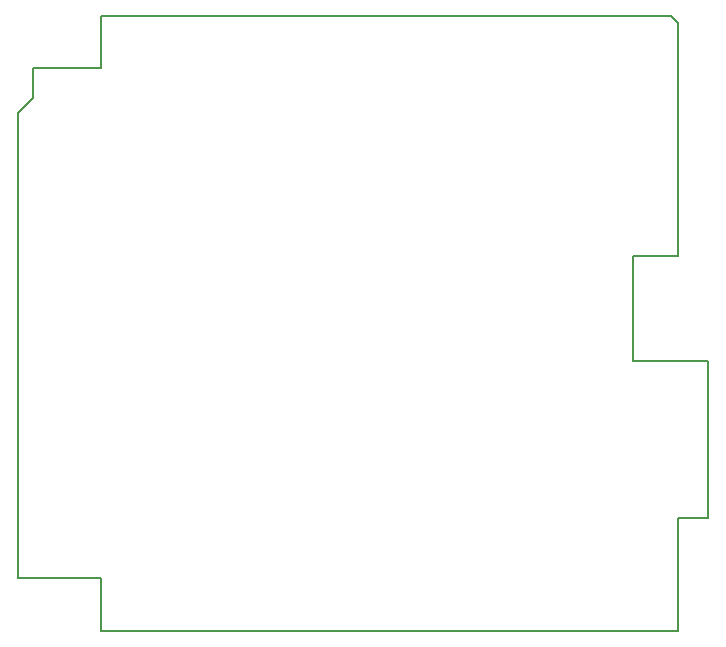
<source format=gko>
G04 #@! TF.FileFunction,Other,User*
%FSLAX46Y46*%
G04 Gerber Fmt 4.6, Leading zero omitted, Abs format (unit mm)*
G04 Created by KiCad (PCBNEW 4.0.1-4.201602120846+6195~38~ubuntu15.10.1-stable) date Mon 15 Feb 2016 03:11:55 PM IST*
%MOMM*%
G01*
G04 APERTURE LIST*
%ADD10C,0.100000*%
%ADD11C,0.150000*%
G04 APERTURE END LIST*
D10*
D11*
X176403000Y-116205000D02*
X178943000Y-116205000D01*
X176403000Y-121285000D02*
X176403000Y-116205000D01*
X176403000Y-93980000D02*
X176403000Y-85725000D01*
X174498000Y-93980000D02*
X176403000Y-93980000D01*
X127508000Y-78105000D02*
X121793000Y-78105000D01*
X127508000Y-73660000D02*
X127508000Y-78105000D01*
X128143000Y-73660000D02*
X127508000Y-73660000D01*
X120523000Y-81915000D02*
X120523000Y-121285000D01*
X121793000Y-80645000D02*
X120523000Y-81915000D01*
X121793000Y-78105000D02*
X121793000Y-80645000D01*
X175768000Y-73660000D02*
X128143000Y-73660000D01*
X176403000Y-74295000D02*
X175768000Y-73660000D01*
X176403000Y-85725000D02*
X176403000Y-74295000D01*
X172593000Y-93980000D02*
X174498000Y-93980000D01*
X172593000Y-102870000D02*
X172593000Y-93980000D01*
X178943000Y-102870000D02*
X172593000Y-102870000D01*
X178943000Y-116205000D02*
X178943000Y-102870000D01*
X176403000Y-125730000D02*
X176403000Y-121285000D01*
X127508000Y-125730000D02*
X176403000Y-125730000D01*
X127508000Y-121285000D02*
X127508000Y-125730000D01*
X120523000Y-121285000D02*
X127508000Y-121285000D01*
M02*

</source>
